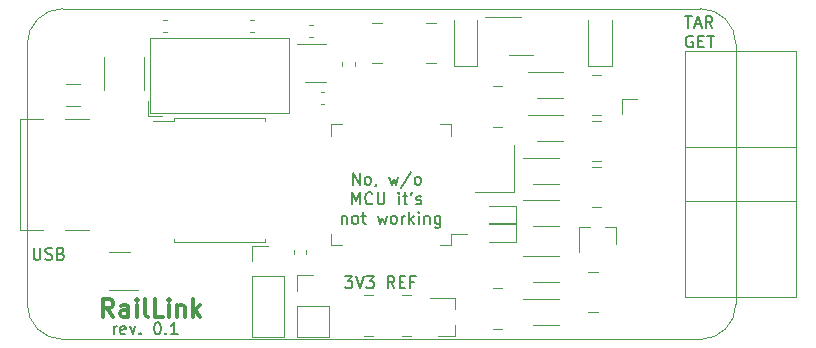
<source format=gbr>
G04 #@! TF.GenerationSoftware,KiCad,Pcbnew,5.1.4+dfsg1-1*
G04 #@! TF.CreationDate,2020-04-26T21:13:55+04:00*
G04 #@! TF.ProjectId,RailLink,5261696c-4c69-46e6-9b2e-6b696361645f,rev?*
G04 #@! TF.SameCoordinates,Original*
G04 #@! TF.FileFunction,Legend,Top*
G04 #@! TF.FilePolarity,Positive*
%FSLAX46Y46*%
G04 Gerber Fmt 4.6, Leading zero omitted, Abs format (unit mm)*
G04 Created by KiCad (PCBNEW 5.1.4+dfsg1-1) date 2020-04-26 21:13:55*
%MOMM*%
%LPD*%
G04 APERTURE LIST*
%ADD10C,0.160000*%
%ADD11C,0.150000*%
%ADD12C,0.300000*%
%ADD13C,0.050000*%
%ADD14C,0.120000*%
G04 APERTURE END LIST*
D10*
X126900000Y-122652380D02*
X127519047Y-122652380D01*
X127185714Y-123033333D01*
X127328571Y-123033333D01*
X127423809Y-123080952D01*
X127471428Y-123128571D01*
X127519047Y-123223809D01*
X127519047Y-123461904D01*
X127471428Y-123557142D01*
X127423809Y-123604761D01*
X127328571Y-123652380D01*
X127042857Y-123652380D01*
X126947619Y-123604761D01*
X126900000Y-123557142D01*
X127804761Y-122652380D02*
X128138095Y-123652380D01*
X128471428Y-122652380D01*
X128709523Y-122652380D02*
X129328571Y-122652380D01*
X128995238Y-123033333D01*
X129138095Y-123033333D01*
X129233333Y-123080952D01*
X129280952Y-123128571D01*
X129328571Y-123223809D01*
X129328571Y-123461904D01*
X129280952Y-123557142D01*
X129233333Y-123604761D01*
X129138095Y-123652380D01*
X128852380Y-123652380D01*
X128757142Y-123604761D01*
X128709523Y-123557142D01*
X131090476Y-123652380D02*
X130757142Y-123176190D01*
X130519047Y-123652380D02*
X130519047Y-122652380D01*
X130900000Y-122652380D01*
X130995238Y-122700000D01*
X131042857Y-122747619D01*
X131090476Y-122842857D01*
X131090476Y-122985714D01*
X131042857Y-123080952D01*
X130995238Y-123128571D01*
X130900000Y-123176190D01*
X130519047Y-123176190D01*
X131519047Y-123128571D02*
X131852380Y-123128571D01*
X131995238Y-123652380D02*
X131519047Y-123652380D01*
X131519047Y-122652380D01*
X131995238Y-122652380D01*
X132757142Y-123128571D02*
X132423809Y-123128571D01*
X132423809Y-123652380D02*
X132423809Y-122652380D01*
X132900000Y-122652380D01*
D11*
X127561904Y-114902380D02*
X127561904Y-113902380D01*
X128133333Y-114902380D01*
X128133333Y-113902380D01*
X128752380Y-114902380D02*
X128657142Y-114854761D01*
X128609523Y-114807142D01*
X128561904Y-114711904D01*
X128561904Y-114426190D01*
X128609523Y-114330952D01*
X128657142Y-114283333D01*
X128752380Y-114235714D01*
X128895238Y-114235714D01*
X128990476Y-114283333D01*
X129038095Y-114330952D01*
X129085714Y-114426190D01*
X129085714Y-114711904D01*
X129038095Y-114807142D01*
X128990476Y-114854761D01*
X128895238Y-114902380D01*
X128752380Y-114902380D01*
X129561904Y-114854761D02*
X129561904Y-114902380D01*
X129514285Y-114997619D01*
X129466666Y-115045238D01*
X130657142Y-114235714D02*
X130847619Y-114902380D01*
X131038095Y-114426190D01*
X131228571Y-114902380D01*
X131419047Y-114235714D01*
X132514285Y-113854761D02*
X131657142Y-115140476D01*
X132990476Y-114902380D02*
X132895238Y-114854761D01*
X132847619Y-114807142D01*
X132800000Y-114711904D01*
X132800000Y-114426190D01*
X132847619Y-114330952D01*
X132895238Y-114283333D01*
X132990476Y-114235714D01*
X133133333Y-114235714D01*
X133228571Y-114283333D01*
X133276190Y-114330952D01*
X133323809Y-114426190D01*
X133323809Y-114711904D01*
X133276190Y-114807142D01*
X133228571Y-114854761D01*
X133133333Y-114902380D01*
X132990476Y-114902380D01*
X127514285Y-116552380D02*
X127514285Y-115552380D01*
X127847619Y-116266666D01*
X128180952Y-115552380D01*
X128180952Y-116552380D01*
X129228571Y-116457142D02*
X129180952Y-116504761D01*
X129038095Y-116552380D01*
X128942857Y-116552380D01*
X128800000Y-116504761D01*
X128704761Y-116409523D01*
X128657142Y-116314285D01*
X128609523Y-116123809D01*
X128609523Y-115980952D01*
X128657142Y-115790476D01*
X128704761Y-115695238D01*
X128800000Y-115600000D01*
X128942857Y-115552380D01*
X129038095Y-115552380D01*
X129180952Y-115600000D01*
X129228571Y-115647619D01*
X129657142Y-115552380D02*
X129657142Y-116361904D01*
X129704761Y-116457142D01*
X129752380Y-116504761D01*
X129847619Y-116552380D01*
X130038095Y-116552380D01*
X130133333Y-116504761D01*
X130180952Y-116457142D01*
X130228571Y-116361904D01*
X130228571Y-115552380D01*
X131466666Y-116552380D02*
X131466666Y-115885714D01*
X131466666Y-115552380D02*
X131419047Y-115600000D01*
X131466666Y-115647619D01*
X131514285Y-115600000D01*
X131466666Y-115552380D01*
X131466666Y-115647619D01*
X131800000Y-115885714D02*
X132180952Y-115885714D01*
X131942857Y-115552380D02*
X131942857Y-116409523D01*
X131990476Y-116504761D01*
X132085714Y-116552380D01*
X132180952Y-116552380D01*
X132561904Y-115552380D02*
X132466666Y-115742857D01*
X132942857Y-116504761D02*
X133038095Y-116552380D01*
X133228571Y-116552380D01*
X133323809Y-116504761D01*
X133371428Y-116409523D01*
X133371428Y-116361904D01*
X133323809Y-116266666D01*
X133228571Y-116219047D01*
X133085714Y-116219047D01*
X132990476Y-116171428D01*
X132942857Y-116076190D01*
X132942857Y-116028571D01*
X132990476Y-115933333D01*
X133085714Y-115885714D01*
X133228571Y-115885714D01*
X133323809Y-115933333D01*
X126633333Y-117535714D02*
X126633333Y-118202380D01*
X126633333Y-117630952D02*
X126680952Y-117583333D01*
X126776190Y-117535714D01*
X126919047Y-117535714D01*
X127014285Y-117583333D01*
X127061904Y-117678571D01*
X127061904Y-118202380D01*
X127680952Y-118202380D02*
X127585714Y-118154761D01*
X127538095Y-118107142D01*
X127490476Y-118011904D01*
X127490476Y-117726190D01*
X127538095Y-117630952D01*
X127585714Y-117583333D01*
X127680952Y-117535714D01*
X127823809Y-117535714D01*
X127919047Y-117583333D01*
X127966666Y-117630952D01*
X128014285Y-117726190D01*
X128014285Y-118011904D01*
X127966666Y-118107142D01*
X127919047Y-118154761D01*
X127823809Y-118202380D01*
X127680952Y-118202380D01*
X128300000Y-117535714D02*
X128680952Y-117535714D01*
X128442857Y-117202380D02*
X128442857Y-118059523D01*
X128490476Y-118154761D01*
X128585714Y-118202380D01*
X128680952Y-118202380D01*
X129680952Y-117535714D02*
X129871428Y-118202380D01*
X130061904Y-117726190D01*
X130252380Y-118202380D01*
X130442857Y-117535714D01*
X130966666Y-118202380D02*
X130871428Y-118154761D01*
X130823809Y-118107142D01*
X130776190Y-118011904D01*
X130776190Y-117726190D01*
X130823809Y-117630952D01*
X130871428Y-117583333D01*
X130966666Y-117535714D01*
X131109523Y-117535714D01*
X131204761Y-117583333D01*
X131252380Y-117630952D01*
X131300000Y-117726190D01*
X131300000Y-118011904D01*
X131252380Y-118107142D01*
X131204761Y-118154761D01*
X131109523Y-118202380D01*
X130966666Y-118202380D01*
X131728571Y-118202380D02*
X131728571Y-117535714D01*
X131728571Y-117726190D02*
X131776190Y-117630952D01*
X131823809Y-117583333D01*
X131919047Y-117535714D01*
X132014285Y-117535714D01*
X132347619Y-118202380D02*
X132347619Y-117202380D01*
X132442857Y-117821428D02*
X132728571Y-118202380D01*
X132728571Y-117535714D02*
X132347619Y-117916666D01*
X133157142Y-118202380D02*
X133157142Y-117535714D01*
X133157142Y-117202380D02*
X133109523Y-117250000D01*
X133157142Y-117297619D01*
X133204761Y-117250000D01*
X133157142Y-117202380D01*
X133157142Y-117297619D01*
X133633333Y-117535714D02*
X133633333Y-118202380D01*
X133633333Y-117630952D02*
X133680952Y-117583333D01*
X133776190Y-117535714D01*
X133919047Y-117535714D01*
X134014285Y-117583333D01*
X134061904Y-117678571D01*
X134061904Y-118202380D01*
X134966666Y-117535714D02*
X134966666Y-118345238D01*
X134919047Y-118440476D01*
X134871428Y-118488095D01*
X134776190Y-118535714D01*
X134633333Y-118535714D01*
X134538095Y-118488095D01*
X134966666Y-118154761D02*
X134871428Y-118202380D01*
X134680952Y-118202380D01*
X134585714Y-118154761D01*
X134538095Y-118107142D01*
X134490476Y-118011904D01*
X134490476Y-117726190D01*
X134538095Y-117630952D01*
X134585714Y-117583333D01*
X134680952Y-117535714D01*
X134871428Y-117535714D01*
X134966666Y-117583333D01*
D10*
X155685714Y-100622380D02*
X156257142Y-100622380D01*
X155971428Y-101622380D02*
X155971428Y-100622380D01*
X156542857Y-101336666D02*
X157019047Y-101336666D01*
X156447619Y-101622380D02*
X156780952Y-100622380D01*
X157114285Y-101622380D01*
X158019047Y-101622380D02*
X157685714Y-101146190D01*
X157447619Y-101622380D02*
X157447619Y-100622380D01*
X157828571Y-100622380D01*
X157923809Y-100670000D01*
X157971428Y-100717619D01*
X158019047Y-100812857D01*
X158019047Y-100955714D01*
X157971428Y-101050952D01*
X157923809Y-101098571D01*
X157828571Y-101146190D01*
X157447619Y-101146190D01*
X156328571Y-102330000D02*
X156233333Y-102282380D01*
X156090476Y-102282380D01*
X155947619Y-102330000D01*
X155852380Y-102425238D01*
X155804761Y-102520476D01*
X155757142Y-102710952D01*
X155757142Y-102853809D01*
X155804761Y-103044285D01*
X155852380Y-103139523D01*
X155947619Y-103234761D01*
X156090476Y-103282380D01*
X156185714Y-103282380D01*
X156328571Y-103234761D01*
X156376190Y-103187142D01*
X156376190Y-102853809D01*
X156185714Y-102853809D01*
X156804761Y-102758571D02*
X157138095Y-102758571D01*
X157280952Y-103282380D02*
X156804761Y-103282380D01*
X156804761Y-102282380D01*
X157280952Y-102282380D01*
X157566666Y-102282380D02*
X158138095Y-102282380D01*
X157852380Y-103282380D02*
X157852380Y-102282380D01*
X100538095Y-120252380D02*
X100538095Y-121061904D01*
X100585714Y-121157142D01*
X100633333Y-121204761D01*
X100728571Y-121252380D01*
X100919047Y-121252380D01*
X101014285Y-121204761D01*
X101061904Y-121157142D01*
X101109523Y-121061904D01*
X101109523Y-120252380D01*
X101538095Y-121204761D02*
X101680952Y-121252380D01*
X101919047Y-121252380D01*
X102014285Y-121204761D01*
X102061904Y-121157142D01*
X102109523Y-121061904D01*
X102109523Y-120966666D01*
X102061904Y-120871428D01*
X102014285Y-120823809D01*
X101919047Y-120776190D01*
X101728571Y-120728571D01*
X101633333Y-120680952D01*
X101585714Y-120633333D01*
X101538095Y-120538095D01*
X101538095Y-120442857D01*
X101585714Y-120347619D01*
X101633333Y-120300000D01*
X101728571Y-120252380D01*
X101966666Y-120252380D01*
X102109523Y-120300000D01*
X102871428Y-120728571D02*
X103014285Y-120776190D01*
X103061904Y-120823809D01*
X103109523Y-120919047D01*
X103109523Y-121061904D01*
X103061904Y-121157142D01*
X103014285Y-121204761D01*
X102919047Y-121252380D01*
X102538095Y-121252380D01*
X102538095Y-120252380D01*
X102871428Y-120252380D01*
X102966666Y-120300000D01*
X103014285Y-120347619D01*
X103061904Y-120442857D01*
X103061904Y-120538095D01*
X103014285Y-120633333D01*
X102966666Y-120680952D01*
X102871428Y-120728571D01*
X102538095Y-120728571D01*
X107309523Y-127552380D02*
X107309523Y-126885714D01*
X107309523Y-127076190D02*
X107357142Y-126980952D01*
X107404761Y-126933333D01*
X107500000Y-126885714D01*
X107595238Y-126885714D01*
X108309523Y-127504761D02*
X108214285Y-127552380D01*
X108023809Y-127552380D01*
X107928571Y-127504761D01*
X107880952Y-127409523D01*
X107880952Y-127028571D01*
X107928571Y-126933333D01*
X108023809Y-126885714D01*
X108214285Y-126885714D01*
X108309523Y-126933333D01*
X108357142Y-127028571D01*
X108357142Y-127123809D01*
X107880952Y-127219047D01*
X108690476Y-126885714D02*
X108928571Y-127552380D01*
X109166666Y-126885714D01*
X109547619Y-127457142D02*
X109595238Y-127504761D01*
X109547619Y-127552380D01*
X109500000Y-127504761D01*
X109547619Y-127457142D01*
X109547619Y-127552380D01*
X110976190Y-126552380D02*
X111071428Y-126552380D01*
X111166666Y-126600000D01*
X111214285Y-126647619D01*
X111261904Y-126742857D01*
X111309523Y-126933333D01*
X111309523Y-127171428D01*
X111261904Y-127361904D01*
X111214285Y-127457142D01*
X111166666Y-127504761D01*
X111071428Y-127552380D01*
X110976190Y-127552380D01*
X110880952Y-127504761D01*
X110833333Y-127457142D01*
X110785714Y-127361904D01*
X110738095Y-127171428D01*
X110738095Y-126933333D01*
X110785714Y-126742857D01*
X110833333Y-126647619D01*
X110880952Y-126600000D01*
X110976190Y-126552380D01*
X111738095Y-127457142D02*
X111785714Y-127504761D01*
X111738095Y-127552380D01*
X111690476Y-127504761D01*
X111738095Y-127457142D01*
X111738095Y-127552380D01*
X112738095Y-127552380D02*
X112166666Y-127552380D01*
X112452380Y-127552380D02*
X112452380Y-126552380D01*
X112357142Y-126695238D01*
X112261904Y-126790476D01*
X112166666Y-126838095D01*
D12*
X107285714Y-126078571D02*
X106785714Y-125364285D01*
X106428571Y-126078571D02*
X106428571Y-124578571D01*
X107000000Y-124578571D01*
X107142857Y-124650000D01*
X107214285Y-124721428D01*
X107285714Y-124864285D01*
X107285714Y-125078571D01*
X107214285Y-125221428D01*
X107142857Y-125292857D01*
X107000000Y-125364285D01*
X106428571Y-125364285D01*
X108571428Y-126078571D02*
X108571428Y-125292857D01*
X108500000Y-125150000D01*
X108357142Y-125078571D01*
X108071428Y-125078571D01*
X107928571Y-125150000D01*
X108571428Y-126007142D02*
X108428571Y-126078571D01*
X108071428Y-126078571D01*
X107928571Y-126007142D01*
X107857142Y-125864285D01*
X107857142Y-125721428D01*
X107928571Y-125578571D01*
X108071428Y-125507142D01*
X108428571Y-125507142D01*
X108571428Y-125435714D01*
X109285714Y-126078571D02*
X109285714Y-125078571D01*
X109285714Y-124578571D02*
X109214285Y-124650000D01*
X109285714Y-124721428D01*
X109357142Y-124650000D01*
X109285714Y-124578571D01*
X109285714Y-124721428D01*
X110214285Y-126078571D02*
X110071428Y-126007142D01*
X110000000Y-125864285D01*
X110000000Y-124578571D01*
X111500000Y-126078571D02*
X110785714Y-126078571D01*
X110785714Y-124578571D01*
X112000000Y-126078571D02*
X112000000Y-125078571D01*
X112000000Y-124578571D02*
X111928571Y-124650000D01*
X112000000Y-124721428D01*
X112071428Y-124650000D01*
X112000000Y-124578571D01*
X112000000Y-124721428D01*
X112714285Y-125078571D02*
X112714285Y-126078571D01*
X112714285Y-125221428D02*
X112785714Y-125150000D01*
X112928571Y-125078571D01*
X113142857Y-125078571D01*
X113285714Y-125150000D01*
X113357142Y-125292857D01*
X113357142Y-126078571D01*
X114071428Y-126078571D02*
X114071428Y-124578571D01*
X114214285Y-125507142D02*
X114642857Y-126078571D01*
X114642857Y-125078571D02*
X114071428Y-125650000D01*
D13*
X103000000Y-128000000D02*
G75*
G02X100000000Y-125000000I0J3000000D01*
G01*
X100000000Y-103000000D02*
G75*
G02X103000000Y-100000000I3000000J0D01*
G01*
X157000000Y-100000000D02*
G75*
G02X160000000Y-103000000I0J-3000000D01*
G01*
X160000000Y-125000000D02*
G75*
G02X157000000Y-128000000I-3000000J0D01*
G01*
X157000000Y-100000000D02*
X103000000Y-100000000D01*
X160000000Y-125000000D02*
X160000000Y-103000000D01*
X103000000Y-128000000D02*
X157000000Y-128000000D01*
X100000000Y-103000000D02*
X100000000Y-125000000D01*
D14*
X147500000Y-104850000D02*
X147500000Y-100950000D01*
X149500000Y-104850000D02*
X149500000Y-100950000D01*
X147500000Y-104850000D02*
X149500000Y-104850000D01*
X141800000Y-100680000D02*
X138800000Y-100680000D01*
X142800000Y-103920000D02*
X140800000Y-103920000D01*
X122870000Y-122570000D02*
X124200000Y-122570000D01*
X122870000Y-123900000D02*
X122870000Y-122570000D01*
X122870000Y-125170000D02*
X125530000Y-125170000D01*
X125530000Y-125170000D02*
X125530000Y-127770000D01*
X122870000Y-125170000D02*
X122870000Y-127770000D01*
X122870000Y-127770000D02*
X125530000Y-127770000D01*
X135910000Y-119060000D02*
X137250000Y-119060000D01*
X135910000Y-120010000D02*
X135910000Y-119060000D01*
X134960000Y-120010000D02*
X135910000Y-120010000D01*
X125690000Y-120010000D02*
X125690000Y-119060000D01*
X126640000Y-120010000D02*
X125690000Y-120010000D01*
X135910000Y-109790000D02*
X135910000Y-110740000D01*
X134960000Y-109790000D02*
X135910000Y-109790000D01*
X125690000Y-109790000D02*
X125690000Y-110740000D01*
X126640000Y-109790000D02*
X125690000Y-109790000D01*
X145400000Y-109000000D02*
X142400000Y-109000000D01*
X145400000Y-111200000D02*
X143200000Y-111200000D01*
X99400000Y-109300000D02*
X99400000Y-118700000D01*
X105200000Y-118700000D02*
X103200000Y-118700000D01*
X101300000Y-118700000D02*
X99400000Y-118700000D01*
X105200000Y-109300000D02*
X103200000Y-109300000D01*
X101300000Y-109300000D02*
X99400000Y-109300000D01*
X136100000Y-104850000D02*
X136100000Y-100950000D01*
X138100000Y-104850000D02*
X138100000Y-100950000D01*
X136100000Y-104850000D02*
X138100000Y-104850000D01*
X155730000Y-116250000D02*
X165080000Y-116250000D01*
X155730000Y-111750000D02*
X165080000Y-111750000D01*
X155730000Y-124430000D02*
X155730000Y-103570000D01*
X155730000Y-124430000D02*
X165080000Y-124430000D01*
X155730000Y-103570000D02*
X165080000Y-103570000D01*
X165080000Y-103570000D02*
X165080000Y-124430000D01*
X151600000Y-107650000D02*
X150330000Y-107650000D01*
X150330000Y-107650000D02*
X150330000Y-108920000D01*
X141385000Y-118265000D02*
X139100000Y-118265000D01*
X141385000Y-119735000D02*
X141385000Y-118265000D01*
X139100000Y-119735000D02*
X141385000Y-119735000D01*
X141385000Y-116665000D02*
X139100000Y-116665000D01*
X141385000Y-118135000D02*
X141385000Y-116665000D01*
X139100000Y-118135000D02*
X141385000Y-118135000D01*
X145000000Y-120900000D02*
X142000000Y-120900000D01*
X145000000Y-123100000D02*
X142800000Y-123100000D01*
X145000000Y-116200000D02*
X142000000Y-116200000D01*
X145000000Y-118400000D02*
X142800000Y-118400000D01*
X148300000Y-122280000D02*
X147500000Y-122280000D01*
X148300000Y-125720000D02*
X147500000Y-125720000D01*
X148600000Y-105580000D02*
X147800000Y-105580000D01*
X148600000Y-109020000D02*
X147800000Y-109020000D01*
X148600000Y-109480000D02*
X147800000Y-109480000D01*
X148600000Y-112920000D02*
X147800000Y-112920000D01*
X147800000Y-116820000D02*
X148600000Y-116820000D01*
X147800000Y-113380000D02*
X148600000Y-113380000D01*
X110230000Y-109050000D02*
X111430000Y-109050000D01*
X110230000Y-107850000D02*
X110230000Y-109050000D01*
X122200000Y-102510000D02*
X122200000Y-108850000D01*
X110430000Y-108850000D02*
X122200000Y-108850000D01*
X110430000Y-102510000D02*
X110430000Y-108850000D01*
X110430000Y-102510000D02*
X122200000Y-102510000D01*
X141250000Y-115500000D02*
X141250000Y-111500000D01*
X137950000Y-115500000D02*
X141250000Y-115500000D01*
X145000000Y-124600000D02*
X142000000Y-124600000D01*
X145000000Y-126800000D02*
X142800000Y-126800000D01*
X145000000Y-112600000D02*
X142000000Y-112600000D01*
X145000000Y-114800000D02*
X142800000Y-114800000D01*
X145400000Y-105400000D02*
X142400000Y-105400000D01*
X145400000Y-107600000D02*
X143200000Y-107600000D01*
X125300000Y-102990000D02*
X122850000Y-102990000D01*
X123500000Y-106210000D02*
X125300000Y-106210000D01*
X112440000Y-109495000D02*
X110625000Y-109495000D01*
X112440000Y-109240000D02*
X112440000Y-109495000D01*
X116300000Y-109240000D02*
X112440000Y-109240000D01*
X120160000Y-109240000D02*
X120160000Y-109495000D01*
X116300000Y-109240000D02*
X120160000Y-109240000D01*
X112440000Y-119760000D02*
X112440000Y-119505000D01*
X116300000Y-119760000D02*
X112440000Y-119760000D01*
X120160000Y-119760000D02*
X120160000Y-119505000D01*
X116300000Y-119760000D02*
X120160000Y-119760000D01*
X106900000Y-123810000D02*
X109350000Y-123810000D01*
X108700000Y-120590000D02*
X106900000Y-120590000D01*
X140200000Y-123680000D02*
X139400000Y-123680000D01*
X140200000Y-127120000D02*
X139400000Y-127120000D01*
X140200000Y-106580000D02*
X139400000Y-106580000D01*
X140200000Y-110020000D02*
X139400000Y-110020000D01*
X128500000Y-127720000D02*
X129300000Y-127720000D01*
X128500000Y-124280000D02*
X129300000Y-124280000D01*
X130000000Y-101180000D02*
X129200000Y-101180000D01*
X130000000Y-104620000D02*
X129200000Y-104620000D01*
X134600000Y-101180000D02*
X133800000Y-101180000D01*
X134600000Y-104620000D02*
X133800000Y-104620000D01*
X131700000Y-127720000D02*
X132500000Y-127720000D01*
X131700000Y-124280000D02*
X132500000Y-124280000D01*
X104502064Y-106390000D02*
X103297936Y-106390000D01*
X104502064Y-108210000D02*
X103297936Y-108210000D01*
X136260000Y-127680000D02*
X134800000Y-127680000D01*
X136260000Y-124520000D02*
X134100000Y-124520000D01*
X136260000Y-124520000D02*
X136260000Y-125450000D01*
X136260000Y-127680000D02*
X136260000Y-126750000D01*
X149880000Y-118440000D02*
X149880000Y-119900000D01*
X146720000Y-118440000D02*
X146720000Y-120600000D01*
X146720000Y-118440000D02*
X147650000Y-118440000D01*
X149880000Y-118440000D02*
X148950000Y-118440000D01*
X119070000Y-120070000D02*
X120400000Y-120070000D01*
X119070000Y-121400000D02*
X119070000Y-120070000D01*
X119070000Y-122670000D02*
X121730000Y-122670000D01*
X121730000Y-122670000D02*
X121730000Y-127810000D01*
X119070000Y-122670000D02*
X119070000Y-127810000D01*
X119070000Y-127810000D02*
X121730000Y-127810000D01*
X122590000Y-120437221D02*
X122590000Y-120762779D01*
X123610000Y-120437221D02*
X123610000Y-120762779D01*
X126690000Y-104537221D02*
X126690000Y-104862779D01*
X127710000Y-104537221D02*
X127710000Y-104862779D01*
X125162779Y-107090000D02*
X124837221Y-107090000D01*
X125162779Y-108110000D02*
X124837221Y-108110000D01*
X124162779Y-101390000D02*
X123837221Y-101390000D01*
X124162779Y-102410000D02*
X123837221Y-102410000D01*
X118837221Y-102010000D02*
X119162779Y-102010000D01*
X118837221Y-100990000D02*
X119162779Y-100990000D01*
X111537221Y-102010000D02*
X111862779Y-102010000D01*
X111537221Y-100990000D02*
X111862779Y-100990000D01*
X106490000Y-104113748D02*
X106490000Y-106886252D01*
X109910000Y-104113748D02*
X109910000Y-106886252D01*
M02*

</source>
